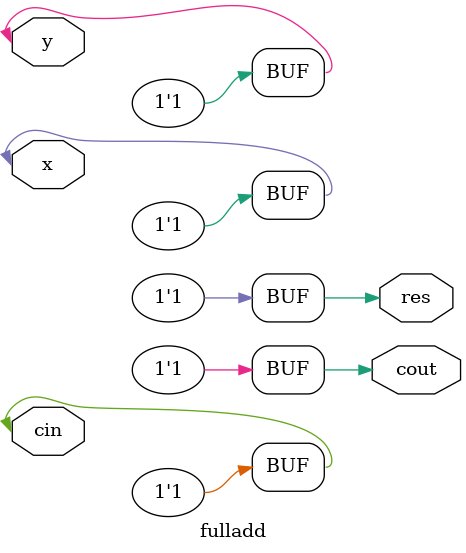
<source format=v>
module fulladd(
    input x,y,cin,
    output res,cout
);

parameter o1 = 1;
parameter o2 = 1;
parameter c = 1;

assign x = o1;
assign y = o2;
assign cin = c;

assign res = x^y^cin;
assign cout = x&y|(cin&(x^y));
// always @(c) begin
//     $display("%b",res);
// end
endmodule
</source>
